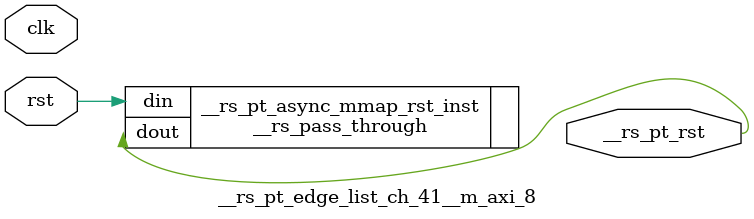
<source format=v>
`timescale 1 ns / 1 ps
/**   Generated by RapidStream   **/
module __rs_pt_edge_list_ch_41__m_axi_8 #(
    parameter BufferSize         = 32,
    parameter BufferSizeLog      = 5,
    parameter AddrWidth          = 64,
    parameter AxiSideAddrWidth   = 64,
    parameter DataWidth          = 512,
    parameter DataWidthBytesLog  = 6,
    parameter WaitTimeWidth      = 4,
    parameter BurstLenWidth      = 8,
    parameter EnableReadChannel  = 1,
    parameter EnableWriteChannel = 1,
    parameter MaxWaitTime        = 3,
    parameter MaxBurstLen        = 15
) (
    output wire __rs_pt_rst,
    input wire  clk,
    input wire  rst
);




__rs_pass_through #(
    .WIDTH (1)
) __rs_pt_async_mmap_rst_inst /**   Generated by RapidStream   **/ (
    .din  (rst),
    .dout (__rs_pt_rst)
);

endmodule  // __rs_pt_edge_list_ch_41__m_axi_8
</source>
